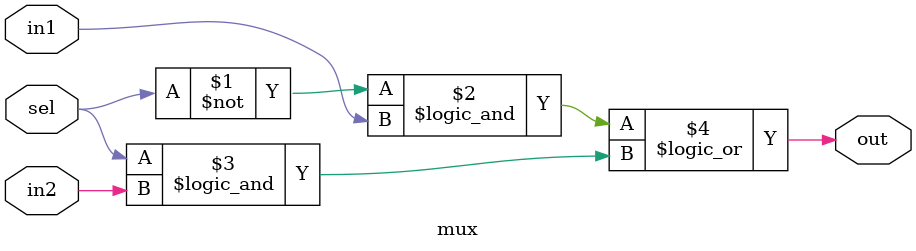
<source format=v>
module mux (out, in1, in2, sel);
	output out;

	input  in1,
		   in2,
		   sel;

	wire    out;

	assign  out = (~sel && in1) || (sel && in2);
endmodule
</source>
